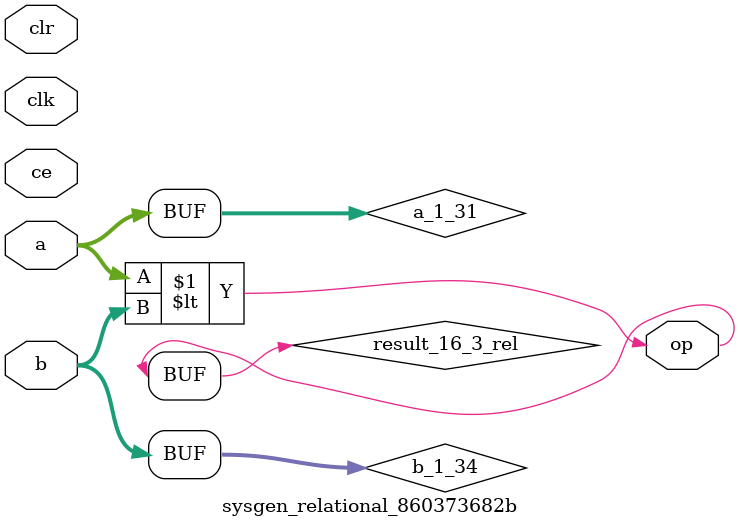
<source format=v>
module sysgen_relational_860373682b (
  input [(32 - 1):0] a,
  input [(32 - 1):0] b,
  output [(1 - 1):0] op,
  input clk,
  input ce,
  input clr);
  wire signed [(32 - 1):0] a_1_31;
  wire signed [(32 - 1):0] b_1_34;
  localparam [(1 - 1):0] const_value = 1'b1;
  wire result_16_3_rel;
  assign a_1_31 = a;
  assign b_1_34 = b;
  assign result_16_3_rel = a_1_31 < b_1_34;
  assign op = result_16_3_rel;
endmodule
</source>
